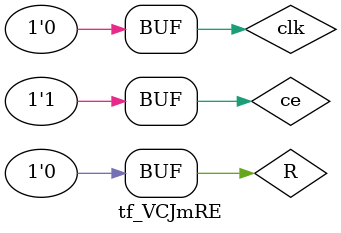
<source format=v>
`timescale 1ns / 1ps


module tf_VCJmRE;

	// Inputs
	reg ce;
	reg clk;
	reg R;

	// Outputs
	wire TC;
	wire CEO;
	wire [3:0] Q;

	// Instantiate the Unit Under Test (UUT)
	VCJmRE uut (
		.ce(ce), 
		.TC(TC), 
		.clk(clk), 
		.CEO(CEO), 
		.R(R), 
		.Q(Q)
	);

	parameter Tclk=20; //Ïåðèîä ñèãíàëà ñèíõðîíèçàöèè 20 íñ
	always begin clk=1; #(Tclk/2); clk=0; #(Tclk/2); end

	initial begin
		// Initialize Inputs
		ce = 0;
		R = 0;

		// Wait 100 ns for global reset to finish
		#100; ce = 1;
		#100; R = 1; #20; R = 0;
		#100; ce = 0; R = 1; #20; R = 0;
		#60; ce = 1;

		// Add stimulus here

	end
      
endmodule


</source>
